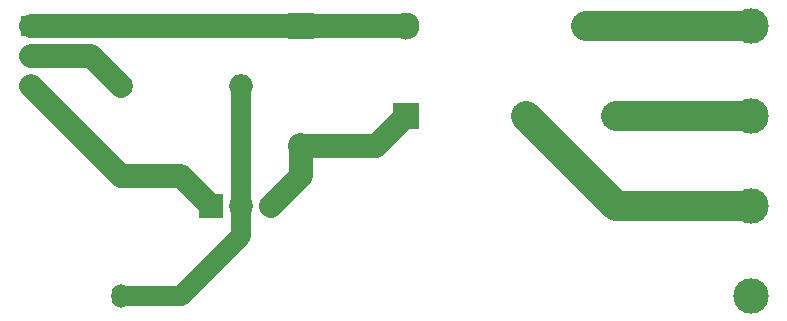
<source format=gbr>
%TF.GenerationSoftware,KiCad,Pcbnew,7.0.10*%
%TF.CreationDate,2025-06-10T16:40:00+09:00*%
%TF.ProjectId,Relay_Switch,52656c61-795f-4537-9769-7463682e6b69,rev?*%
%TF.SameCoordinates,Original*%
%TF.FileFunction,Copper,L2,Bot*%
%TF.FilePolarity,Positive*%
%FSLAX46Y46*%
G04 Gerber Fmt 4.6, Leading zero omitted, Abs format (unit mm)*
G04 Created by KiCad (PCBNEW 7.0.10) date 2025-06-10 16:40:00*
%MOMM*%
%LPD*%
G01*
G04 APERTURE LIST*
%TA.AperFunction,ComponentPad*%
%ADD10R,2.000000X2.000000*%
%TD*%
%TA.AperFunction,ComponentPad*%
%ADD11C,2.000000*%
%TD*%
%TA.AperFunction,ComponentPad*%
%ADD12R,2.300000X2.300000*%
%TD*%
%TA.AperFunction,ComponentPad*%
%ADD13C,2.300000*%
%TD*%
%TA.AperFunction,ComponentPad*%
%ADD14O,2.000000X2.000000*%
%TD*%
%TA.AperFunction,ComponentPad*%
%ADD15R,2.200000X2.200000*%
%TD*%
%TA.AperFunction,ComponentPad*%
%ADD16O,2.200000X2.200000*%
%TD*%
%TA.AperFunction,ComponentPad*%
%ADD17C,3.000000*%
%TD*%
%TA.AperFunction,ComponentPad*%
%ADD18O,1.600000X2.000000*%
%TD*%
%TA.AperFunction,ComponentPad*%
%ADD19R,1.700000X1.700000*%
%TD*%
%TA.AperFunction,ComponentPad*%
%ADD20O,1.700000X1.700000*%
%TD*%
%TA.AperFunction,Conductor*%
%ADD21C,2.000000*%
%TD*%
%TA.AperFunction,Conductor*%
%ADD22C,2.500000*%
%TD*%
%TA.AperFunction,Conductor*%
%ADD23C,1.700000*%
%TD*%
G04 APERTURE END LIST*
D10*
%TO.P,Q1,1,E*%
%TO.N,GND*%
X134620000Y-116840000D03*
D11*
%TO.P,Q1,2,B*%
%TO.N,Net-(Q1-B)*%
X137160000Y-116840000D03*
%TO.P,Q1,3,C*%
%TO.N,Net-(D2-A)*%
X139700000Y-116840000D03*
%TD*%
D12*
%TO.P,K1,1*%
%TO.N,Net-(D2-A)*%
X151145000Y-109220000D03*
D13*
%TO.P,K1,2*%
%TO.N,/RELAY_COM*%
X161305000Y-109220000D03*
%TO.P,K1,3*%
%TO.N,/RELAY_NO*%
X168925000Y-109220000D03*
%TO.P,K1,4*%
%TO.N,/RELAY_NC*%
X166385000Y-101600000D03*
%TO.P,K1,5*%
%TO.N,+5V*%
X151145000Y-101600000D03*
%TD*%
D11*
%TO.P,R1,1*%
%TO.N,/RELAY_TOGGLE*%
X127000000Y-106680000D03*
D14*
%TO.P,R1,2*%
%TO.N,Net-(Q1-B)*%
X137160000Y-106680000D03*
%TD*%
D15*
%TO.P,D2,1,K*%
%TO.N,+5V*%
X142240000Y-101600000D03*
D16*
%TO.P,D2,2,A*%
%TO.N,Net-(D2-A)*%
X142240000Y-111760000D03*
%TD*%
D17*
%TO.P,J4,1,Pin_1*%
%TO.N,/RELAY_NC*%
X180340000Y-101600000D03*
%TO.P,J4,2,Pin_2*%
%TO.N,/RELAY_NO*%
X180340000Y-109220000D03*
%TO.P,J4,3,Pin_3*%
%TO.N,/RELAY_COM*%
X180340000Y-116840000D03*
%TO.P,J4,4,Pin_4*%
%TO.N,unconnected-(J4-Pin_4-Pad4)*%
X180340000Y-124460000D03*
%TD*%
D11*
%TO.P,R2,1*%
%TO.N,GND*%
X127000000Y-114300000D03*
D18*
%TO.P,R2,2*%
%TO.N,Net-(Q1-B)*%
X127000000Y-124460000D03*
%TD*%
D19*
%TO.P,J1,1,Pin_1*%
%TO.N,+5V*%
X119380000Y-101600000D03*
D20*
%TO.P,J1,2,Pin_2*%
%TO.N,/RELAY_TOGGLE*%
X119380000Y-104140000D03*
%TO.P,J1,3,Pin_3*%
%TO.N,GND*%
X119380000Y-106680000D03*
%TD*%
D21*
%TO.N,+5V*%
X119380000Y-101600000D02*
X142240000Y-101600000D01*
X142240000Y-101600000D02*
X151145000Y-101600000D01*
%TO.N,Net-(D2-A)*%
X148605000Y-111760000D02*
X151145000Y-109220000D01*
X142240000Y-111760000D02*
X148605000Y-111760000D01*
X142240000Y-111760000D02*
X142240000Y-114300000D01*
X142240000Y-114300000D02*
X139700000Y-116840000D01*
%TO.N,/RELAY_TOGGLE*%
X119380000Y-104140000D02*
X124460000Y-104140000D01*
X124460000Y-104140000D02*
X127000000Y-106680000D01*
%TO.N,GND*%
X132080000Y-114300000D02*
X134620000Y-116840000D01*
X127000000Y-114300000D02*
X119380000Y-106680000D01*
X127000000Y-114300000D02*
X132080000Y-114300000D01*
D22*
%TO.N,/RELAY_NO*%
X168925000Y-109220000D02*
X180340000Y-109220000D01*
%TO.N,/RELAY_NC*%
X166385000Y-101600000D02*
X180340000Y-101600000D01*
%TO.N,/RELAY_COM*%
X168925000Y-116840000D02*
X180340000Y-116840000D01*
X161305000Y-109220000D02*
X168925000Y-116840000D01*
D23*
%TO.N,Net-(Q1-B)*%
X132080000Y-124460000D02*
X137160000Y-119380000D01*
X137160000Y-119380000D02*
X137160000Y-116840000D01*
X137160000Y-106680000D02*
X137160000Y-116840000D01*
X127000000Y-124460000D02*
X132080000Y-124460000D01*
%TD*%
M02*

</source>
